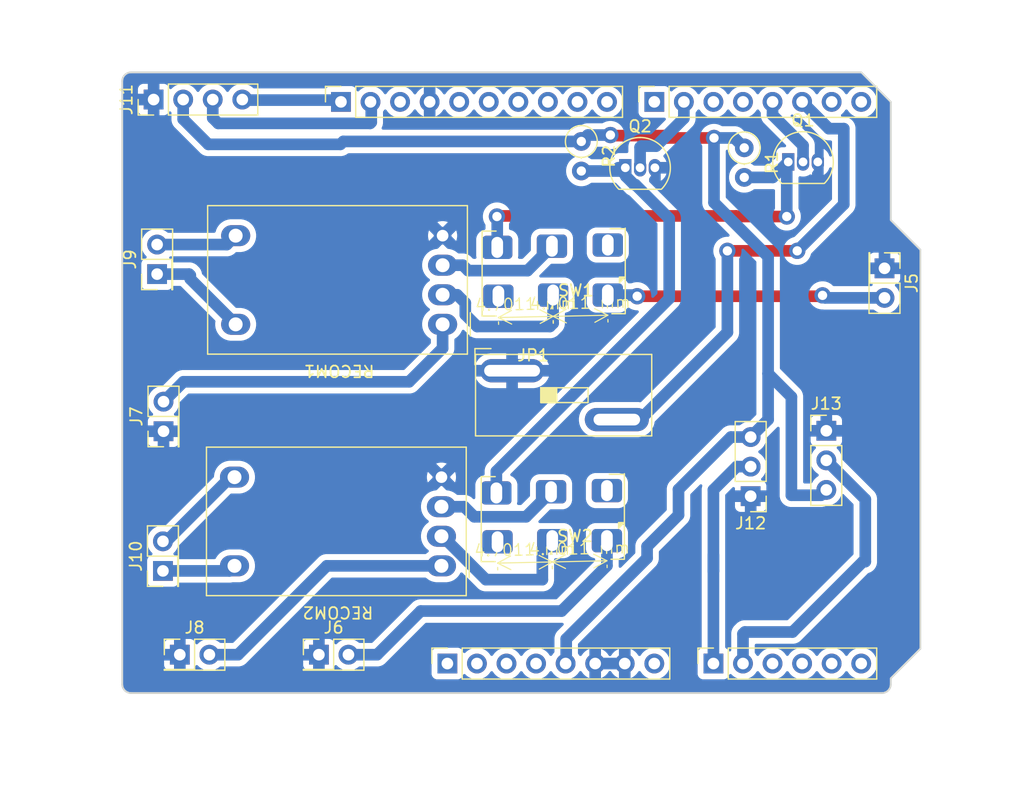
<source format=kicad_pcb>
(kicad_pcb (version 20241229) (generator "pcbnew") (generator_version "9.0")
  (title_block (date "mar. 31 mars 2015"))
  (layers (0 "F.Cu" signal) (2 "B.Cu" signal) (13 "F.Paste" user) (15 "B.Paste" user) (5 "F.SilkS" user "F.Silkscreen") (7 "B.SilkS" user "B.Silkscreen") (1 "F.Mask" user) (3 "B.Mask" user) (25 "Edge.Cuts" user))
  (net 0 "")
  (net 1 "GND")
  (net 3 "+5V")
  (net 4 "/IOREF")
  (net 5 "/A0")
  (net 6 "/A1")
  (net 7 "/A2")
  (net 8 "/A3")
  (net 9 "/SDA{slash}A4")
  (net 10 "/SCL{slash}A5")
  (net 11 "/13")
  (net 12 "/12")
  (net 13 "/AREF")
  (net 14 "/8")
  (net 15 "/7")
  (net 16 "/*11")
  (net 17 "/*10")
  (net 18 "/*9")
  (net 19 "/4")
  (net 20 "/Ser_Man1")
  (net 21 "/PWM1")
  (net 22 "/*5")
  (net 23 "/TX{slash}1")
  (net 24 "/PWM2")
  (net 25 "/RX{slash}0")
  (net 26 "+3V3")
  (net 27 "VCC")
  (net 28 "/~{RESET}")
  (net 29 "Net-(J5-Pin_2)")
  (net 30 "Net-(J6-Pin_2)")
  (net 31 "Net-(J7-Pin_2)")
  (net 32 "Net-(J8-Pin_2)")
  (net 33 "Net-(J9-Pin_1)")
  (net 34 "Net-(J9-Pin_2)")
  (net 35 "Net-(J10-Pin_2)")
  (net 36 "Net-(J10-Pin_1)")
  (net 37 "/PWM1_inv")
  (net 38 "/PWM2_inv")
  (net 39 "Net-(RECOM1-Analogue_Dimming)")
  (net 40 "Net-(RECOM1-PWM{slash}ON{slash}OFF)")
  (net 41 "Net-(RECOM2-Analogue_Dimming)")
  (net 42 "Net-(RECOM2-PWM{slash}ON{slash}OFF)")
  (footprint "Connector_PinSocket_2.54mm:PinSocket_1x08_P2.54mm_Vertical" (layer "F.Cu") (at 127.94 97.46 90)
    (property "Reference" "J1" (hide yes))
    (property "Value" "Power")
    (fp_line (start 1.33 -1.33) (end 1.33 0) (stroke (width 0.12)) (layer "F.SilkS"))
    (fp_line (start 0 -1.33) (end 1.33 -1.33) (stroke (width 0.12)) (layer "F.SilkS"))
    (fp_line (start 1.33 1.27) (end 1.33 19.11) (stroke (width 0.12)) (layer "F.SilkS"))
    (fp_line (start -1.33 1.27) (end 1.33 1.27) (stroke (width 0.12)) (layer "F.SilkS"))
    (fp_line (start -1.33 1.27) (end -1.33 19.11) (stroke (width 0.12)) (layer "F.SilkS"))
    (fp_line (start -1.33 19.11) (end 1.33 19.11) (stroke (width 0.12)) (layer "F.SilkS"))
    (pad "1" thru_hole rect (at 0 0 90) (size 1.7 1.7) (drill 1) (layers "*.Cu" "*.Mask"))
    (pad "2" thru_hole oval (at 0 2.54 90) (size 1.7 1.7) (drill 1) (layers "*.Cu" "*.Mask") (net 4 "/IOREF"))
    (pad "3" thru_hole oval (at 0 5.08 90) (size 1.7 1.7) (drill 1) (layers "*.Cu" "*.Mask") (net 28 "/~{RESET}"))
    (pad "4" thru_hole oval (at 0 7.62 90) (size 1.7 1.7) (drill 1) (layers "*.Cu" "*.Mask") (net 26 "+3V3"))
    (pad "5" thru_hole oval (at 0 10.16 90) (size 1.7 1.7) (drill 1) (layers "*.Cu" "*.Mask") (net 3 "+5V"))
    (pad "6" thru_hole oval (at 0 12.7 90) (size 1.7 1.7) (drill 1) (layers "*.Cu" "*.Mask") (net 1 "GND"))
    (pad "7" thru_hole oval (at 0 15.24 90) (size 1.7 1.7) (drill 1) (layers "*.Cu" "*.Mask") (net 1 "GND"))
    (pad "8" thru_hole oval (at 0 17.78 90) (size 1.7 1.7) (drill 1) (layers "*.Cu" "*.Mask") (net 27 "VCC"))
  )
  (footprint "Connector_PinSocket_2.54mm:PinSocket_1x06_P2.54mm_Vertical" (layer "F.Cu") (at 150.8 97.46 90)
    (property "Reference" "J3" (hide yes))
    (property "Value" "Analog")
    (fp_line (start 1.33 -1.33) (end 1.33 0) (stroke (width 0.12)) (layer "F.SilkS"))
    (fp_line (start 0 -1.33) (end 1.33 -1.33) (stroke (width 0.12)) (layer "F.SilkS"))
    (fp_line (start 1.33 1.27) (end 1.33 14.03) (stroke (width 0.12)) (layer "F.SilkS"))
    (fp_line (start -1.33 1.27) (end 1.33 1.27) (stroke (width 0.12)) (layer "F.SilkS"))
    (fp_line (start -1.33 1.27) (end -1.33 14.03) (stroke (width 0.12)) (layer "F.SilkS"))
    (fp_line (start -1.33 14.03) (end 1.33 14.03) (stroke (width 0.12)) (layer "F.SilkS"))
    (pad "1" thru_hole rect (at 0 0 90) (size 1.7 1.7) (drill 1) (layers "*.Cu" "*.Mask") (net 5 "/A0"))
    (pad "2" thru_hole oval (at 0 2.54 90) (size 1.7 1.7) (drill 1) (layers "*.Cu" "*.Mask") (net 6 "/A1"))
    (pad "3" thru_hole oval (at 0 5.08 90) (size 1.7 1.7) (drill 1) (layers "*.Cu" "*.Mask") (net 7 "/A2"))
    (pad "4" thru_hole oval (at 0 7.62 90) (size 1.7 1.7) (drill 1) (layers "*.Cu" "*.Mask") (net 8 "/A3"))
    (pad "5" thru_hole oval (at 0 10.16 90) (size 1.7 1.7) (drill 1) (layers "*.Cu" "*.Mask"))
    (pad "6" thru_hole oval (at 0 12.7 90) (size 1.7 1.7) (drill 1) (layers "*.Cu" "*.Mask"))
  )
  (footprint "Connector_PinSocket_2.54mm:PinSocket_1x10_P2.54mm_Vertical" (layer "F.Cu") (at 118.796 49.2 90)
    (property "Reference" "J2" (hide yes))
    (property "Value" "Digital/PWM")
    (fp_line (start 1.33 -1.33) (end 1.33 0) (stroke (width 0.12)) (layer "F.SilkS"))
    (fp_line (start 0 -1.33) (end 1.33 -1.33) (stroke (width 0.12)) (layer "F.SilkS"))
    (fp_line (start 1.33 1.27) (end 1.33 24.19) (stroke (width 0.12)) (layer "F.SilkS"))
    (fp_line (start -1.33 1.27) (end 1.33 1.27) (stroke (width 0.12)) (layer "F.SilkS"))
    (fp_line (start -1.33 1.27) (end -1.33 24.19) (stroke (width 0.12)) (layer "F.SilkS"))
    (fp_line (start -1.33 24.19) (end 1.33 24.19) (stroke (width 0.12)) (layer "F.SilkS"))
    (pad "1" thru_hole rect (at 0 0 90) (size 1.7 1.7) (drill 1) (layers "*.Cu" "*.Mask") (net 10 "/SCL{slash}A5"))
    (pad "2" thru_hole oval (at 0 2.54 90) (size 1.7 1.7) (drill 1) (layers "*.Cu" "*.Mask") (net 9 "/SDA{slash}A4"))
    (pad "3" thru_hole oval (at 0 5.08 90) (size 1.7 1.7) (drill 1) (layers "*.Cu" "*.Mask") (net 13 "/AREF"))
    (pad "4" thru_hole oval (at 0 7.62 90) (size 1.7 1.7) (drill 1) (layers "*.Cu" "*.Mask") (net 1 "GND"))
    (pad "5" thru_hole oval (at 0 10.16 90) (size 1.7 1.7) (drill 1) (layers "*.Cu" "*.Mask") (net 11 "/13"))
    (pad "6" thru_hole oval (at 0 12.7 90) (size 1.7 1.7) (drill 1) (layers "*.Cu" "*.Mask") (net 12 "/12"))
    (pad "7" thru_hole oval (at 0 15.24 90) (size 1.7 1.7) (drill 1) (layers "*.Cu" "*.Mask") (net 16 "/*11"))
    (pad "8" thru_hole oval (at 0 17.78 90) (size 1.7 1.7) (drill 1) (layers "*.Cu" "*.Mask") (net 17 "/*10"))
    (pad "9" thru_hole oval (at 0 20.32 90) (size 1.7 1.7) (drill 1) (layers "*.Cu" "*.Mask") (net 18 "/*9"))
    (pad "10" thru_hole oval (at 0 22.86 90) (size 1.7 1.7) (drill 1) (layers "*.Cu" "*.Mask") (net 14 "/8"))
  )
  (footprint "Connector_PinSocket_2.54mm:PinSocket_1x08_P2.54mm_Vertical" (layer "F.Cu") (at 145.72 49.2 90)
    (property "Reference" "J4" (hide yes))
    (property "Value" "Digital/PWM")
    (fp_line (start 1.33 -1.33) (end 1.33 0) (stroke (width 0.12)) (layer "F.SilkS"))
    (fp_line (start 0 -1.33) (end 1.33 -1.33) (stroke (width 0.12)) (layer "F.SilkS"))
    (fp_line (start 1.33 1.27) (end 1.33 19.11) (stroke (width 0.12)) (layer "F.SilkS"))
    (fp_line (start -1.33 1.27) (end 1.33 1.27) (stroke (width 0.12)) (layer "F.SilkS"))
    (fp_line (start -1.33 1.27) (end -1.33 19.11) (stroke (width 0.12)) (layer "F.SilkS"))
    (fp_line (start -1.33 19.11) (end 1.33 19.11) (stroke (width 0.12)) (layer "F.SilkS"))
    (pad "1" thru_hole rect (at 0 0 90) (size 1.7 1.7) (drill 1) (layers "*.Cu" "*.Mask") (net 15 "/7"))
    (pad "2" thru_hole oval (at 0 2.54 90) (size 1.7 1.7) (drill 1) (layers "*.Cu" "*.Mask") (net 24 "/PWM2"))
    (pad "3" thru_hole oval (at 0 5.08 90) (size 1.7 1.7) (drill 1) (layers "*.Cu" "*.Mask") (net 22 "/*5"))
    (pad "4" thru_hole oval (at 0 7.62 90) (size 1.7 1.7) (drill 1) (layers "*.Cu" "*.Mask") (net 19 "/4"))
    (pad "5" thru_hole oval (at 0 10.16 90) (size 1.7 1.7) (drill 1) (layers "*.Cu" "*.Mask") (net 21 "/PWM1"))
    (pad "6" thru_hole oval (at 0 12.7 90) (size 1.7 1.7) (drill 1) (layers "*.Cu" "*.Mask") (net 20 "/Ser_Man1"))
    (pad "7" thru_hole oval (at 0 15.24 90) (size 1.7 1.7) (drill 1) (layers "*.Cu" "*.Mask") (net 23 "/TX{slash}1"))
    (pad "8" thru_hole oval (at 0 17.78 90) (size 1.7 1.7) (drill 1) (layers "*.Cu" "*.Mask") (net 25 "/RX{slash}0"))
  )
  (footprint "Connector_PinHeader_2.54mm:PinHeader_2x01_P2.54mm_Vertical" (layer "F.Cu") (at 103.5 89.5 90)
    (property "Reference" "J10" (at 1.27 -2.33 90) (layer "F.SilkS"))
    (property "Value" "Screw_Terminal_01x02")
    (fp_line (start 3.87 -1.33) (end 3.87 1.33) (stroke (width 0.12)) (layer "F.SilkS"))
    (fp_line (start 1.27 -1.33) (end 3.87 -1.33) (stroke (width 0.12)) (layer "F.SilkS"))
    (fp_line (start -1.33 -1.33) (end 0 -1.33) (stroke (width 0.12)) (layer "F.SilkS"))
    (fp_line (start -1.33 0) (end -1.33 -1.33) (stroke (width 0.12)) (layer "F.SilkS"))
    (fp_line (start 1.27 1.27) (end 1.27 -1.33) (stroke (width 0.12)) (layer "F.SilkS"))
    (fp_line (start -1.33 1.27) (end 1.27 1.27) (stroke (width 0.12)) (layer "F.SilkS"))
    (fp_line (start -1.33 1.27) (end -1.33 1.33) (stroke (width 0.12)) (layer "F.SilkS"))
    (fp_line (start -1.33 1.33) (end 3.87 1.33) (stroke (width 0.12)) (layer "F.SilkS"))
    (pad "1" thru_hole rect (at 0 0 90) (size 1.7 1.7) (drill 1) (layers "*.Cu" "*.Mask") (net 36 "Net-(J10-Pin_1)"))
    (pad "2" thru_hole oval (at 2.54 0 90) (size 1.7 1.7) (drill 1) (layers "*.Cu" "*.Mask") (net 35 "Net-(J10-Pin_2)"))
  )
  (footprint "Converter_DCDC:Converter_DCDC_RECOM_RCD-24_THT" (layer "F.Cu") (at 127.53 68.315 180)
    (property "Reference" "RECOM1" (at 8.89 -4 180) (layer "F.SilkS"))
    (property "Value" "RCD-24")
    (fp_line (start 20.19 -2.56) (end 20.19 10.2) (stroke (width 0.12)) (layer "F.SilkS"))
    (fp_line (start -2.13 10.2) (end 20.19 10.2) (stroke (width 0.12)) (layer "F.SilkS"))
    (fp_line (start -2.13 -2.56) (end 20.19 -2.56) (stroke (width 0.12)) (layer "F.SilkS"))
    (fp_line (start -2.13 -2.56) (end -2.13 10.2) (stroke (width 0.12)) (layer "F.SilkS"))
    (fp_line (start -2.38 -1) (end -2.38 1) (stroke (width 0.12)) (layer "F.SilkS"))
    (pad "1" thru_hole oval (at 0 0 180) (size 2.5 1.8) (drill 1.2) (layers "*.Cu" "*.Mask") (net 31 "Net-(J7-Pin_2)"))
    (pad "2" thru_hole oval (at 0 2.54 180) (size 2.5 1.8) (drill 1.2) (layers "*.Cu" "*.Mask") (net 39 "Net-(RECOM1-Analogue_Dimming)"))
    (pad "3" thru_hole oval (at 0 5.08 180) (size 2.5 1.8) (drill 1.2) (layers "*.Cu" "*.Mask") (net 40 "Net-(RECOM1-PWM{slash}ON{slash}OFF)"))
    (pad "4" thru_hole circle (at 0 7.62 180) (size 1.5 1.5) (drill 1) (layers "*.Cu" "*.Mask") (net 1 "GND"))
    (pad "5" thru_hole oval (at 17.78 7.62 180) (size 2.5 1.8) (drill 1.2) (layers "*.Cu" "*.Mask") (net 34 "Net-(J9-Pin_2)"))
    (pad "6" thru_hole oval (at 17.78 0 180) (size 2.5 1.8) (drill 1.2) (layers "*.Cu" "*.Mask") (net 33 "Net-(J9-Pin_1)"))
  )
  (footprint "Connector_PinHeader_2.54mm:PinHeader_2x01_P2.54mm_Vertical" (layer "F.Cu") (at 103 64 90)
    (property "Reference" "J9" (at 1.27 -2.33 90) (layer "F.SilkS"))
    (property "Value" "Screw_Terminal_01x02")
    (fp_line (start 3.87 -1.33) (end 3.87 1.33) (stroke (width 0.12)) (layer "F.SilkS"))
    (fp_line (start 1.27 -1.33) (end 3.87 -1.33) (stroke (width 0.12)) (layer "F.SilkS"))
    (fp_line (start -1.33 -1.33) (end 0 -1.33) (stroke (width 0.12)) (layer "F.SilkS"))
    (fp_line (start -1.33 0) (end -1.33 -1.33) (stroke (width 0.12)) (layer "F.SilkS"))
    (fp_line (start 1.27 1.27) (end 1.27 -1.33) (stroke (width 0.12)) (layer "F.SilkS"))
    (fp_line (start -1.33 1.27) (end 1.27 1.27) (stroke (width 0.12)) (layer "F.SilkS"))
    (fp_line (start -1.33 1.27) (end -1.33 1.33) (stroke (width 0.12)) (layer "F.SilkS"))
    (fp_line (start -1.33 1.33) (end 3.87 1.33) (stroke (width 0.12)) (layer "F.SilkS"))
    (pad "1" thru_hole rect (at 0 0 90) (size 1.7 1.7) (drill 1) (layers "*.Cu" "*.Mask") (net 33 "Net-(J9-Pin_1)"))
    (pad "2" thru_hole oval (at 2.54 0 90) (size 1.7 1.7) (drill 1) (layers "*.Cu" "*.Mask") (net 34 "Net-(J9-Pin_2)"))
  )
  (footprint "Lib_indus:SW_CK_JS202011CQN_DPDT_Straight" (layer "F.Cu") (at 141.65 84.9 180)
    (property "Reference" "SW2" (at 2.75 -1.6 180) (layer "F.SilkS"))
    (property "Value" "SW_DPDT_x2")
    (fp_line (start 10.8 3.5) (end 9.6 3.5) (stroke (width 0.12)) (layer "F.SilkS"))
    (fp_line (start 10.8 -3.8) (end 10.8 3.5) (stroke (width 0.12)) (layer "F.SilkS"))
    (fp_line (start 9.6 -3.8) (end 10.8 -3.8) (stroke (width 0.12)) (layer "F.SilkS"))
    (fp_line (start -0.35 -3.6) (end -1.45 -3.6) (stroke (width 0.12)) (layer "F.SilkS"))
    (fp_line (start -1.4 3.7) (end -0.2 3.7) (stroke (width 0.12)) (layer "F.SilkS"))
    (fp_line (start -1.5 -3.6) (end -1.5 3.75) (stroke (width 0.12)) (layer "F.SilkS"))
    (fp_poly (pts (xy -1 -0.45) (xy -1.48 -0.45) (xy -1 -0.93) (xy -1 -0.45)) (stroke (width 0.12)) (fill yes) (layer "F.SilkS"))
    (dimension (type aligned) (layer "F.SilkS") (pts (xy 141.65 88.5) (xy 136.95 88.6)) (height -0.130332) (format (prefix "") (suffix "") (units 3) (units_format 1) (precision 4)) (style (thickness 0.1) (arrow_length 1.27) (text_position_mode 0) (arrow_direction outward) (extension_height 0.58642) (extension_offset 0.5) (keep_text_aligned yes)) (gr_text "4,7011 mm" (at 139.279373 87.580552 1.218875235) (layer "F.SilkS") (effects (font (size 1 1) (thickness 0.1)))))
    (dimension (type aligned) (layer "F.SilkS") (pts (xy 136.95 88.6) (xy 132.25 88.7)) (height -0.130332) (format (prefix "") (suffix "") (units 3) (units_format 1) (precision 4)) (style (thickness 0.1) (arrow_length 1.27) (text_position_mode 0) (arrow_direction outward) (extension_height 0.58642) (extension_offset 0.5) (keep_text_aligned yes)) (gr_text "4,7011 mm" (at 134.579373 87.680552 1.218875235) (layer "F.SilkS") (effects (font (size 1 1) (thickness 0.1)))))
    (pad "1" thru_hole roundrect (at 0 -2 180) (size 2.6 2) (drill oval 1 1.8) (layers "*.Cu" "*.Mask") (roundrect_rratio 0.1785714286) (net 30 "Net-(J6-Pin_2)"))
    (pad "2" thru_hole roundrect (at 4.7 -2 180) (size 2.6 2) (drill oval 1 1.8) (layers "*.Cu" "*.Mask") (roundrect_rratio 0.1785714286) (net 41 "Net-(RECOM2-Analogue_Dimming)"))
    (pad "3" thru_hole roundrect (at 9.4 -2.1 180) (size 2.6 2) (drill oval 1 1.8) (layers "*.Cu" "*.Mask") (roundrect_rratio 0.1785714286))
    (pad "4" thru_hole roundrect (at 9.5 2.1 180) (size 2.6 2) (drill oval 1 1.8) (layers "*.Cu" "*.Mask") (roundrect_rratio 0.1785714286) (net 38 "/PWM2_inv"))
    (pad "5" thru_hole roundrect (at 4.8 2.2 180) (size 2.6 2) (drill oval 1 1.8) (layers "*.Cu" "*.Mask") (roundrect_rratio 0.1785714286) (net 42 "Net-(RECOM2-PWM{slash}ON{slash}OFF)"))
    (pad "6" thru_hole roundrect (at 0 2.3 180) (size 2.6 2) (drill oval 1 1.8) (layers "*.Cu" "*.Mask") (roundrect_rratio 0.1785714286))
  )
  (footprint "Connector_PinHeader_2.54mm:PinHeader_2x01_P2.54mm_Vertical" (layer "F.Cu") (at 103.55 77.5 90)
    (property "Reference" "J7" (at 1.27 -2.33 90) (layer "F.SilkS"))
    (property "Value" "Screw_Terminal_01x02")
    (fp_line (start 3.87 -1.33) (end 3.87 1.33) (stroke (width 0.12)) (layer "F.SilkS"))
    (fp_line (start 1.27 -1.33) (end 3.87 -1.33) (stroke (width 0.12)) (layer "F.SilkS"))
    (fp_line (start -1.33 -1.33) (end 0 -1.33) (stroke (width 0.12)) (layer "F.SilkS"))
    (fp_line (start -1.33 0) (end -1.33 -1.33) (stroke (width 0.12)) (layer "F.SilkS"))
    (fp_line (start 1.27 1.27) (end 1.27 -1.33) (stroke (width 0.12)) (layer "F.SilkS"))
    (fp_line (start -1.33 1.27) (end 1.27 1.27) (stroke (width 0.12)) (layer "F.SilkS"))
    (fp_line (start -1.33 1.27) (end -1.33 1.33) (stroke (width 0.12)) (layer "F.SilkS"))
    (fp_line (start -1.33 1.33) (end 3.87 1.33) (stroke (width 0.12)) (layer "F.SilkS"))
    (pad "1" thru_hole rect (at 0 0 90) (size 1.7 1.7) (drill 1) (layers "*.Cu" "*.Mask") (net 1 "GND"))
    (pad "2" thru_hole oval (at 2.54 0 90) (size 1.7 1.7) (drill 1) (layers "*.Cu" "*.Mask") (net 31 "Net-(J7-Pin_2)"))
  )
  (footprint "Resistor_THT:R_Axial_DIN0207_L6.3mm_D2.5mm_P2.54mm_Vertical" (layer "F.Cu") (at 153.45 53.15 -90)
    (property "Reference" "R1" (at 1.27 -2.37 90) (layer "F.SilkS"))
    (property "Value" "8200")
    (fp_line (start 1.37 0) (end 1.44 0) (stroke (width 0.12)) (layer "F.SilkS"))
    (fp_circle (center 0 0) (end 1.37 0) (stroke (width 0.12)) (fill no) (layer "F.SilkS"))
    (pad "1" thru_hole circle (at 0 0 270) (size 1.6 1.6) (drill 0.8) (layers "*.Cu" "*.Mask") (net 3 "+5V"))
    (pad "2" thru_hole oval (at 2.54 0 270) (size 1.6 1.6) (drill 0.8) (layers "*.Cu" "*.Mask") (net 37 "/PWM1_inv"))
  )
  (footprint "Connector_PinHeader_2.54mm:PinHeader_2x01_P2.54mm_Vertical" (layer "F.Cu") (at 116.9 96.7)
    (property "Reference" "J6" (at 1.27 -2.33 0) (layer "F.SilkS"))
    (property "Value" "Screw_Terminal_01x02")
    (fp_line (start -1.33 -1.33) (end 0 -1.33) (stroke (width 0.12)) (layer "F.SilkS"))
    (fp_line (start -1.33 0) (end -1.33 -1.33) (stroke (width 0.12)) (layer "F.SilkS"))
    (fp_line (start -1.33 1.27) (end -1.33 1.33) (stroke (width 0.12)) (layer "F.SilkS"))
    (fp_line (start -1.33 1.27) (end 1.27 1.27) (stroke (width 0.12)) (layer "F.SilkS"))
    (fp_line (start -1.33 1.33) (end 3.87 1.33) (stroke (width 0.12)) (layer "F.SilkS"))
    (fp_line (start 1.27 -1.33) (end 3.87 -1.33) (stroke (width 0.12)) (layer "F.SilkS"))
    (fp_line (start 1.27 1.27) (end 1.27 -1.33) (stroke (width 0.12)) (layer "F.SilkS"))
    (fp_line (start 3.87 -1.33) (end 3.87 1.33) (stroke (width 0.12)) (layer "F.SilkS"))
    (pad "1" thru_hole rect (at 0 0) (size 1.7 1.7) (drill 1) (layers "*.Cu" "*.Mask") (net 1 "GND"))
    (pad "2" thru_hole oval (at 2.54 0) (size 1.7 1.7) (drill 1) (layers "*.Cu" "*.Mask") (net 30 "Net-(J6-Pin_2)"))
  )
  (footprint "Connector_PinHeader_2.54mm:PinHeader_1x04_P2.54mm_Vertical" (layer "F.Cu") (at 102.7 49 90)
    (property "Reference" "J11" (at 0 -2.33 90) (layer "F.SilkS"))
    (property "Value" "Screw_Terminal_01x04")
    (fp_line (start -1.33 -1.33) (end 0 -1.33) (stroke (width 0.12)) (layer "F.SilkS"))
    (fp_line (start -1.33 0) (end -1.33 -1.33) (stroke (width 0.12)) (layer "F.SilkS"))
    (fp_line (start 1.33 1.27) (end 1.33 8.95) (stroke (width 0.12)) (layer "F.SilkS"))
    (fp_line (start -1.33 1.27) (end 1.33 1.27) (stroke (width 0.12)) (layer "F.SilkS"))
    (fp_line (start -1.33 1.27) (end -1.33 8.95) (stroke (width 0.12)) (layer "F.SilkS"))
    (fp_line (start -1.33 8.95) (end 1.33 8.95) (stroke (width 0.12)) (layer "F.SilkS"))
    (pad "1" thru_hole rect (at 0 0 90) (size 1.7 1.7) (drill 1) (layers "*.Cu" "*.Mask") (net 1 "GND"))
    (pad "2" thru_hole oval (at 0 2.54 90) (size 1.7 1.7) (drill 1) (layers "*.Cu" "*.Mask") (net 3 "+5V"))
    (pad "3" thru_hole oval (at 0 5.08 90) (size 1.7 1.7) (drill 1) (layers "*.Cu" "*.Mask") (net 9 "/SDA{slash}A4"))
    (pad "4" thru_hole oval (at 0 7.62 90) (size 1.7 1.7) (drill 1) (layers "*.Cu" "*.Mask") (net 10 "/SCL{slash}A5"))
  )
  (footprint "Converter_DCDC:Converter_DCDC_RECOM_RCD-24_THT" (layer "F.Cu") (at 127.43 89.065 180)
    (property "Reference" "RECOM2" (at 8.89 -4 180) (layer "F.SilkS"))
    (property "Value" "RCD-24")
    (fp_line (start 20.19 -2.56) (end 20.19 10.2) (stroke (width 0.12)) (layer "F.SilkS"))
    (fp_line (start -2.13 10.2) (end 20.19 10.2) (stroke (width 0.12)) (layer "F.SilkS"))
    (fp_line (start -2.13 -2.56) (end 20.19 -2.56) (stroke (width 0.12)) (layer "F.SilkS"))
    (fp_line (start -2.13 -2.56) (end -2.13 10.2) (stroke (width 0.12)) (layer "F.SilkS"))
    (fp_line (start -2.38 -1) (end -2.38 1) (stroke (width 0.12)) (layer "F.SilkS"))
    (pad "1" thru_hole oval (at 0 0 180) (size 2.5 1.8) (drill 1.2) (layers "*.Cu" "*.Mask") (net 32 "Net-(J8-Pin_2)"))
    (pad "2" thru_hole oval (at 0 2.54 180) (size 2.5 1.8) (drill 1.2) (layers "*.Cu" "*.Mask") (net 41 "Net-(RECOM2-Analogue_Dimming)"))
    (pad "3" thru_hole oval (at 0 5.08 180) (size 2.5 1.8) (drill 1.2) (layers "*.Cu" "*.Mask") (net 42 "Net-(RECOM2-PWM{slash}ON{slash}OFF)"))
    (pad "4" thru_hole circle (at 0 7.62 180) (size 1.5 1.5) (drill 1) (layers "*.Cu" "*.Mask") (net 1 "GND"))
    (pad "5" thru_hole oval (at 17.78 7.62 180) (size 2.5 1.8) (drill 1.2) (layers "*.Cu" "*.Mask") (net 35 "Net-(J10-Pin_2)"))
    (pad "6" thru_hole oval (at 17.78 0 180) (size 2.5 1.8) (drill 1.2) (layers "*.Cu" "*.Mask") (net 36 "Net-(J10-Pin_1)"))
  )
  (footprint "Connector_PinHeader_2.54mm:PinHeader_1x03_P2.54mm_Vertical" (layer "F.Cu") (at 154 83.08 180)
    (property "Reference" "J12" (at 0 -2.33 0) (layer "F.SilkS"))
    (property "Value" "Screw_Terminal_01x03")
    (fp_line (start 1.33 1.27) (end 1.33 6.41) (stroke (width 0.12)) (layer "F.SilkS"))
    (fp_line (start -1.33 6.41) (end 1.33 6.41) (stroke (width 0.12)) (layer "F.SilkS"))
    (fp_line (start -1.33 1.27) (end 1.33 1.27) (stroke (width 0.12)) (layer "F.SilkS"))
    (fp_line (start -1.33 1.27) (end -1.33 6.41) (stroke (width 0.12)) (layer "F.SilkS"))
    (fp_line (start -1.33 0) (end -1.33 -1.33) (stroke (width 0.12)) (layer "F.SilkS"))
    (fp_line (start -1.33 -1.33) (end 0 -1.33) (stroke (width 0.12)) (layer "F.SilkS"))
    (pad "1" thru_hole rect (at 0 0 180) (size 1.7 1.7) (drill 1) (layers "*.Cu" "*.Mask") (net 1 "GND"))
    (pad "2" thru_hole oval (at 0 2.54 180) (size 1.7 1.7) (drill 1) (layers "*.Cu" "*.Mask") (net 5 "/A0"))
    (pad "3" thru_hole oval (at 0 5.08 180) (size 1.7 1.7) (drill 1) (layers "*.Cu" "*.Mask") (net 3 "+5V"))
  )
  (footprint "Arduino_MountingHole:MountingHole_3.2mm" (layer "F.Cu") (at 115.24 49.2)
    (property "Reference" "MH1" (hide yes))
    (property "Value" "MountingHole_3.2mm" (hide yes))
  )
  (footprint "Connector_PinHeader_2.54mm:PinHeader_2x01_P2.54mm_Vertical" (layer "F.Cu") (at 104.95 96.7)
    (property "Reference" "J8" (at 1.27 -2.33 0) (layer "F.SilkS"))
    (property "Value" "Screw_Terminal_01x02")
    (fp_line (start -1.33 -1.33) (end 0 -1.33) (stroke (width 0.12)) (layer "F.SilkS"))
    (fp_line (start -1.33 0) (end -1.33 -1.33) (stroke (width 0.12)) (layer "F.SilkS"))
    (fp_line (start -1.33 1.27) (end -1.33 1.33) (stroke (width 0.12)) (layer "F.SilkS"))
    (fp_line (start -1.33 1.27) (end 1.27 1.27) (stroke (width 0.12)) (layer "F.SilkS"))
    (fp_line (start -1.33 1.33) (end 3.87 1.33) (stroke (width 0.12)) (layer "F.SilkS"))
    (fp_line (start 1.27 -1.33) (end 3.87 -1.33) (stroke (width 0.12)) (layer "F.SilkS"))
    (fp_line (start 1.27 1.27) (end 1.27 -1.33) (stroke (width 0.12)) (layer "F.SilkS"))
    (fp_line (start 3.87 -1.33) (end 3.87 1.33) (stroke (width 0.12)) (layer "F.SilkS"))
    (pad "1" thru_hole rect (at 0 0) (size 1.7 1.7) (drill 1) (layers "*.Cu" "*.Mask") (net 1 "GND"))
    (pad "2" thru_hole oval (at 2.54 0) (size 1.7 1.7) (drill 1) (layers "*.Cu" "*.Mask") (net 32 "Net-(J8-Pin_2)"))
  )
  (footprint "Resistor_THT:R_Axial_DIN0207_L6.3mm_D2.5mm_P2.54mm_Vertical" (layer "F.Cu") (at 139.45 52.6 -90)
    (property "Reference" "R2" (at 1.27 -2.37 90) (layer "F.SilkS"))
    (property "Value" "R")
    (fp_line (start 1.37 0) (end 1.44 0) (stroke (width 0.12)) (layer "F.SilkS"))
    (fp_circle (center 0 0) (end 1.37 0) (stroke (width 0.12)) (fill no) (layer "F.SilkS"))
    (pad "1" thru_hole circle (at 0 0 270) (size 1.6 1.6) (drill 0.8) (layers "*.Cu" "*.Mask") (net 3 "+5V"))
    (pad "2" thru_hole oval (at 2.54 0 270) (size 1.6 1.6) (drill 0.8) (layers "*.Cu" "*.Mask") (net 38 "/PWM2_inv"))
  )
  (footprint "Connector_PinHeader_2.54mm:PinHeader_1x03_P2.54mm_Vertical" (layer "F.Cu") (at 160.5 77.46)
    (property "Reference" "J13" (at 0 -2.33 0) (layer "F.SilkS"))
    (property "Value" "Screw_Terminal_01x03")
    (fp_line (start -1.33 -1.33) (end 0 -1.33) (stroke (width 0.12)) (layer "F.SilkS"))
    (fp_line (start -1.33 0) (end -1.33 -1.33) (stroke (width 0.12)) (layer "F.SilkS"))
    (fp_line (start -1.33 1.27) (end -1.33 6.41) (stroke (width 0.12)) (layer "F.SilkS"))
    (fp_line (start -1.33 1.27) (end 1.33 1.27) (stroke (width 0.12)) (layer "F.SilkS"))
    (fp_line (start -1.33 6.41) (end 1.33 6.41) (stroke (width 0.12)) (layer "F.SilkS"))
    (fp_line (start 1.33 1.27) (end 1.33 6.41) (stroke (width 0.12)) (layer "F.SilkS"))
    (pad "1" thru_hole rect (at 0 0) (size 1.7 1.7) (drill 1) (layers "*.Cu" "*.Mask") (net 1 "GND"))
    (pad "2" thru_hole oval (at 0 2.54) (size 1.7 1.7) (drill 1) (layers "*.Cu" "*.Mask") (net 6 "/A1"))
    (pad "3" thru_hole oval (at 0 5.08) (size 1.7 1.7) (drill 1) (layers "*.Cu" "*.Mask") (net 3 "+5V"))
  )
  (footprint "Lib_indus:SW_DIP_SPSTx01_Slide_9.78x4.72mm_W7.62mm_P2.54mm_modif" (layer "F.Cu") (at 131.5 74.4)
    (property "Reference" "JP1" (at 3.81 -3.42 0) (layer "F.SilkS"))
    (property "Value" "Jumper_2_Open")
    (fp_line (start -1.1915 -4) (end -1.1915 -2.617) (stroke (width 0.12)) (layer "F.SilkS"))
    (fp_line (start -1.1915 -4) (end 0.1915 -4) (stroke (width 0.12)) (layer "F.SilkS"))
    (fp_line (start -1.14 -3.5) (end -1.14 3.5) (stroke (width 0.12)) (layer "F.SilkS"))
    (fp_line (start -1.14 -3.5) (end 14 -3.5) (stroke (width 0.12)) (layer "F.SilkS"))
    (fp_line (start -1.14 3.5) (end 14 3.5) (stroke (width 0.12)) (layer "F.SilkS"))
    (fp_line (start 5.823333 -0.635) (end 5.823333 0.635) (stroke (width 0.12)) (layer "F.SilkS"))
    (fp_line (start 14 -3.5) (end 14 3.5) (stroke (width 0.12)) (layer "F.SilkS"))
    (fp_rect (start 4.47 -0.635) (end 5.823333 0.635) (stroke (width 0.12)) (fill yes) (layer "F.SilkS"))
    (fp_rect (start 4.47 -0.635) (end 8.53 0.635) (stroke (width 0.12)) (fill no) (layer "F.SilkS"))
    (pad "1" thru_hole oval (at 2 -2.1) (size 5.5 2) (drill oval 4.8 1) (layers "*.Cu" "*.Mask") (net 1 "GND"))
    (pad "2" thru_hole oval (at 11 2.1) (size 5.5 2) (drill oval 4 1) (layers "*.Cu" "*.Mask") (net 20 "/Ser_Man1"))
  )
  (footprint "Package_TO_SOT_THT:TO-92_Inline" (layer "F.Cu") (at 143.23 54.86)
    (property "Reference" "Q2" (at 1.27 -3.56 0) (layer "F.SilkS"))
    (property "Value" "BS170")
    (fp_line (start -0.53 1.85) (end 3.07 1.85) (stroke (width 0.12)) (layer "F.SilkS"))
    (fp_arc (start -0.568478 1.838478) (mid -1.132087 -0.994977) (end 1.27 -2.6) (stroke (width 0.12)) (layer "F.SilkS"))
    (fp_arc (start 1.27 -2.6) (mid 3.672087 -0.994977) (end 3.108478 1.838478) (stroke (width 0.12)) (layer "F.SilkS"))
    (pad "1" thru_hole rect (at 0 0) (size 1.05 1.5) (drill 0.75) (layers "*.Cu" "*.Mask") (net 38 "/PWM2_inv"))
    (pad "2" thru_hole oval (at 1.27 0) (size 1.05 1.5) (drill 0.75) (layers "*.Cu" "*.Mask") (net 24 "/PWM2"))
    (pad "3" thru_hole oval (at 2.54 0) (size 1.05 1.5) (drill 0.75) (layers "*.Cu" "*.Mask") (net 1 "GND"))
  )
  (footprint "Connector_PinHeader_2.54mm:PinHeader_2x01_P2.54mm_Vertical" (layer "F.Cu") (at 165.5 63.5 -90)
    (property "Reference" "J5" (at 1.27 -2.33 270) (layer "F.SilkS"))
    (property "Value" "Screw_Terminal_01x02")
    (fp_line (start -1.33 1.33) (end 3.87 1.33) (stroke (width 0.12)) (layer "F.SilkS"))
    (fp_line (start -1.33 1.27) (end -1.33 1.33) (stroke (width 0.12)) (layer "F.SilkS"))
    (fp_line (start -1.33 1.27) (end 1.27 1.27) (stroke (width 0.12)) (layer "F.SilkS"))
    (fp_line (start 1.27 1.27) (end 1.27 -1.33) (stroke (width 0.12)) (layer "F.SilkS"))
    (fp_line (start -1.33 0) (end -1.33 -1.33) (stroke (width 0.12)) (layer "F.SilkS"))
    (fp_line (start -1.33 -1.33) (end 0 -1.33) (stroke (width 0.12)) (layer "F.SilkS"))
    (fp_line (start 1.27 -1.33) (end 3.87 -1.33) (stroke (width 0.12)) (layer "F.SilkS"))
    (fp_line (start 3.87 -1.33) (end 3.87 1.33) (stroke (width 0.12)) (layer "F.SilkS"))
    (pad "1" thru_hole rect (at 0 0 270) (size 1.7 1.7) (drill 1) (layers "*.Cu" "*.Mask") (net 1 "GND"))
    (pad "2" thru_hole oval (at 2.54 0 270) (size 1.7 1.7) (drill 1) (layers "*.Cu" "*.Mask") (net 29 "Net-(J5-Pin_2)"))
  )
  (footprint "Package_TO_SOT_THT:TO-92_Inline" (layer "F.Cu") (at 157.23 54.36)
    (property "Reference" "Q1" (at 1.27 -3.56 0) (layer "F.SilkS"))
    (property "Value" "BS170")
    (fp_line (start -0.53 1.85) (end 3.07 1.85) (stroke (width 0.12)) (layer "F.SilkS"))
    (fp_arc (start -0.568478 1.838478) (mid -1.132087 -0.994977) (end 1.27 -2.6) (stroke (width 0.12)) (layer "F.SilkS"))
    (fp_arc (start 1.27 -2.6) (mid 3.672087 -0.994977) (end 3.108478 1.838478) (stroke (width 0.12)) (layer "F.SilkS"))
    (pad "1" thru_hole rect (at 0 0) (size 1.05 1.5) (drill 0.75) (layers "*.Cu" "*.Mask") (net 37 "/PWM1_inv"))
    (pad "2" thru_hole oval (at 1.27 0) (size 1.05 1.5) (drill 0.75) (layers "*.Cu" "*.Mask") (net 21 "/PWM1"))
    (pad "3" thru_hole oval (at 2.54 0) (size 1.05 1.5) (drill 0.75) (layers "*.Cu" "*.Mask") (net 1 "GND"))
  )
  (footprint "Lib_indus:SW_CK_JS202011CQN_DPDT_Straight" (layer "F.Cu") (at 141.725 63.8 180)
    (property "Reference" "SW1" (at 2.75 -1.6 180) (layer "F.SilkS"))
    (property "Value" "SW_DPDT_x2")
    (fp_line (start 10.8 3.5) (end 9.6 3.5) (stroke (width 0.12)) (layer "F.SilkS"))
    (fp_line (start 10.8 -3.8) (end 10.8 3.5) (stroke (width 0.12)) (layer "F.SilkS"))
    (fp_line (start 9.6 -3.8) (end 10.8 -3.8) (stroke (width 0.12)) (layer "F.SilkS"))
    (fp_line (start -0.35 -3.6) (end -1.45 -3.6) (stroke (width 0.12)) (layer "F.SilkS"))
    (fp_line (start -1.4 3.7) (end -0.2 3.7) (stroke (width 0.12)) (layer "F.SilkS"))
    (fp_line (start -1.5 -3.6) (end -1.5 3.75) (stroke (width 0.12)) (layer "F.SilkS"))
    (fp_poly (pts (xy -1 -0.45) (xy -1.48 -0.45) (xy -1 -0.93) (xy -1 -0.45)) (stroke (width 0.12)) (fill yes) (layer "F.SilkS"))
    (dimension (type aligned) (layer "F.SilkS") (pts (xy 141.725 67.4) (xy 137.025 67.5)) (height -0.130332) (format (prefix "") (suffix "") (units 3) (units_format 1) (precision 4)) (style (thickness 0.1) (arrow_length 1.27) (text_position_mode 0) (arrow_direction outward) (extension_height 0.58642) (extension_offset 0.5) (keep_text_aligned yes)) (gr_text "4,7011 mm" (at 139.354373 66.480552 1.218875235) (layer "F.SilkS") (effects (font (size 1 1) (thickness 0.1)))))
    (dimension (type aligned) (layer "F.SilkS") (pts (xy 137.025 67.5) (xy 132.325 67.6)) (height -0.130332) (format (prefix "") (suffix "") (units 3) (units_format 1) (precision 4)) (style (thickness 0.1) (arrow_length 1.27) (text_position_mode 0) (arrow_direction outward) (extension_height 0.58642) (extension_offset 0.5) (keep_text_aligned yes)) (gr_text "4,7011 mm" (at 134.654373 66.580552 1.218875235) (layer "F.SilkS") (effects (font (size 1 1) (thickness 0.1)))))
    (pad "1" thru_hole roundrect (at 0 -2 180) (size 2.6 2) (drill oval 1 1.8) (layers "*.Cu" "*.Mask") (roundrect_rratio 0.1785714286) (net 29 "Net-(J5-Pin_2)"))
    (pad "2" thru_hole roundrect (at 4.7 -2 180) (size 2.6 2) (drill oval 1 1.8) (layers "*.Cu" "*.Mask") (roundrect_rratio 0.1785714286) (net 39 "Net-(RECOM1-Analogue_Dimming)"))
    (pad "3" thru_hole roundrect (at 9.4 -2.1 180) (size 2.6 2) (drill oval 1 1.8) (layers "*.Cu" "*.Mask") (roundrect_rratio 0.1785714286))
    (pad "4" thru_hole roundrect (at 9.5 2.1 180) (size 2.6 2) (drill oval 1 1.8) (layers "*.Cu" "*.Mask") (roundrect_rratio 0.1785714286) (net 37 "/PWM1_inv"))
    (pad "5" thru_hole roundrect (at 4.8 2.2 180) (size 2.6 2) (drill oval 1 1.8) (layers "*.Cu" "*.Mask") (roundrect_rratio 0.1785714286) (net 40 "Net-(RECOM1-PWM{slash}ON{slash}OFF)"))
    (pad "6" thru_hole roundrect (at 0 2.3 180) (size 2.6 2) (drill oval 1 1.8) (layers "*.Cu" "*.Mask") (roundrect_rratio 0.1785714286))
  )
  (gr_line (start 166.04 59.36) (end 168.58 61.9) (stroke (width 0.15)) (layer "Edge.Cuts"))
  (gr_line (start 100 99.238) (end 100 47.422) (stroke (width 0.15)) (layer "Edge.Cuts"))
  (gr_line (start 168.58 61.9) (end 168.58 96.19) (stroke (width 0.15)) (layer "Edge.Cuts"))
  (gr_line (start 165.278 100) (end 100.762 100) (stroke (width 0.15)) (layer "Edge.Cuts"))
  (gr_line (start 100.762 46.66) (end 163.5 46.66) (stroke (width 0.15)) (layer "Edge.Cuts"))
  (gr_arc (start 100.762 100) (mid 100.223185 99.776815) (end 100 99.238) (stroke (width 0.15)) (layer "Edge.Cuts"))
  (gr_line (start 168.58 96.19) (end 166.04 98.73) (stroke (width 0.15)) (layer "Edge.Cuts"))
  (gr_line (start 163.5 46.66) (end 166.04 49.2) (stroke (width 0.15)) (layer "Edge.Cuts"))
  (gr_arc (start 166.04 99.238) (mid 165.816815 99.776815) (end 165.278 100) (stroke (width 0.15)) (layer "Edge.Cuts"))
  (gr_line (start 166.04 49.2) (end 166.04 59.36) (stroke (width 0.15)) (layer "Edge.Cuts"))
  (gr_line (start 166.04 98.73) (end 166.04 99.238) (stroke (width 0.15)) (layer "Edge.Cuts"))
  (gr_arc (start 100 47.422) (mid 100.223185 46.883185) (end 100.762 46.66) (stroke (width 0.15)) (layer "Edge.Cuts"))
  (segment (start 150.85 52.3) (end 146.8 52.3) (width 1) (layer "F.Cu") (net 3))
  (segment (start 146.6 52.1) (end 141.8 52.1) (width 1) (layer "F.Cu") (net 3))
  (segment (start 141.9 52.1) (end 141.95 52.05) (width 1) (layer "F.Cu") (net 3))
  (segment (start 141.8 52.1) (end 141.9 52.1) (width 1) (layer "F.Cu") (net 3))
  (segment (start 146.8 52.3) (end 146.6 52.1) (width 1) (layer "F.Cu") (net 3))
  (via (at 141.95 52.05) (size 1.4) (drill 0.8) (layers "F.Cu" "B.Cu") (net 3))
  (via (at 150.85 52.3) (size 1.4) (drill 0.8) (layers "F.Cu" "B.Cu") (net 3))
  (segment (start 119 52.6) (end 118.75 52.85) (width 1) (layer "B.Cu") (net 3))
  (segment (start 155.5 72.55) (end 155.5 76.5) (width 1) (layer "B.Cu") (net 3))
  (segment (start 160.04 83) (end 157.5 83) (width 1) (layer "B.Cu") (net 3))
  (segment (start 150.85 57.85) (end 155.5 62.5) (width 1) (layer "B.Cu") (net 3))
  (segment (start 105.24 50.69) (end 105.24 49) (width 1) (layer "B.Cu") (net 3))
  (segment (start 150.85 52.3) (end 152.6 52.3) (width 1) (layer "B.Cu") (net 3))
  (segment (start 138.15 95.35) (end 138.15 97.41) (width 1) (layer "B.Cu") (net 3))
  (segment (start 154 78) (end 152.3 78) (width 1) (layer "B.Cu") (net 3))
  (segment (start 145.1 88.4) (end 138.15 95.35) (width 1) (layer "B.Cu") (net 3))
  (segment (start 147.8 84.7) (end 145.1 87.4) (width 1) (layer "B.Cu") (net 3))
  (segment (start 118.75 52.85) (end 107.4 52.85) (width 1) (layer "B.Cu") (net 3))
  (segment (start 138.15 97.41) (end 138.1 97.46) (width 1) (layer "B.Cu") (net 3))
  (segment (start 107.4 52.85) (end 105.24 50.69) (width 1) (layer "B.Cu") (net 3))
  (segment (start 152.3 78) (end 147.8 82.5) (width 1) (layer "B.Cu") (net 3))
  (segment (start 155.5 72.55) (end 157.5 74.55) (width 1) (layer "B.Cu") (net 3))
  (segment (start 157.5 74.55) (end 157.5 83) (width 1) (layer "B.Cu") (net 3))
  (segment (start 160.5 82.54) (end 160.04 83) (width 1) (layer "B.Cu") (net 3))
  (segment (start 140 52.05) (end 139.45 52.6) (width 1) (layer "B.Cu") (net 3))
  (segment (start 139.45 52.6) (end 119 52.6) (width 1) (layer "B.Cu") (net 3))
  (segment (start 155.5 76.5) (end 154 78) (width 1) (layer "B.Cu") (net 3))
  (segment (start 152.6 52.3) (end 153.45 53.15) (width 1) (layer "B.Cu") (net 3))
  (segment (start 150.85 52.3) (end 150.85 57.85) (width 1) (layer "B.Cu") (net 3))
  (segment (start 155.5 62.5) (end 155.5 72.55) (width 1) (layer "B.Cu") (net 3))
  (segment (start 145.1 87.4) (end 145.1 88.4) (width 1) (layer "B.Cu") (net 3))
  (segment (start 147.8 82.5) (end 147.8 84.7) (width 1) (layer "B.Cu") (net 3))
  (segment (start 141.95 52.05) (end 140 52.05) (width 1) (layer "B.Cu") (net 3))
  (segment (start 152.797919 80.54) (end 150.8 82.537919) (width 1) (layer "B.Cu") (net 5))
  (segment (start 150.8 89.5) (end 150.8 88.15) (width 1) (layer "B.Cu") (net 5))
  (segment (start 154 80.54) (end 152.797919 80.54) (width 1) (layer "B.Cu") (net 5))
  (segment (start 150.8 97.46) (end 150.8 89.5) (width 1) (layer "B.Cu") (net 5))
  (segment (start 150.8 82.537919) (end 150.8 89.5) (width 1) (layer "B.Cu") (net 5))
  (segment (start 153.5 94.75) (end 153.34 94.91) (width 1) (layer "B.Cu") (net 6))
  (segment (start 163.65 88.7) (end 163.85 88.7) (width 1) (layer "B.Cu") (net 6))
  (segment (start 153.34 94.91) (end 153.34 97.46) (width 1) (layer "B.Cu") (net 6))
  (segment (start 160.5 80) (end 163.85 83.35) (width 1) (layer "B.Cu") (net 6))
  (segment (start 157.6 94.75) (end 163.65 88.7) (width 1) (layer "B.Cu") (net 6))
  (segment (start 163.85 83.35) (end 163.85 88.7) (width 1) (layer "B.Cu") (net 6))
  (segment (start 153.5 94.75) (end 157.6 94.75) (width 1) (layer "B.Cu") (net 6))
  (segment (start 121.4 50.95) (end 121.4 49.264) (width 1) (layer "B.Cu") (net 9))
  (segment (start 121.302412 51.047588) (end 121.4 50.95) (width 1) (layer "B.Cu") (net 9))
  (segment (start 107.78 49) (end 107.78 50.58) (width 1) (layer "B.Cu") (net 9))
  (segment (start 108.247588 51.047588) (end 121.302412 51.047588) (width 1) (layer "B.Cu") (net 9))
  (segment (start 107.78 50.58) (end 108.247588 51.047588) (width 1) (layer "B.Cu") (net 9))
  (segment (start 121.4 49.264) (end 121.336 49.2) (width 1) (layer "B.Cu") (net 9))
  (segment (start 110.37 49.05) (end 118.946 49.05) (width 1) (layer "B.Cu") (net 10))
  (segment (start 110.32 49) (end 110.37 49.05) (width 1) (layer "B.Cu") (net 10))
  (segment (start 158 62) (end 152 62) (width 1) (layer "F.Cu") (net 20))
  (via (at 152 62) (size 1.4) (drill 0.8) (layers "F.Cu" "B.Cu") (net 20))
  (via (at 158 62) (size 1.4) (drill 0.8) (layers "F.Cu" "B.Cu") (net 20))
  (segment (start 158.42 49.2) (end 160.72 51.5) (width 1) (layer "B.Cu") (net 20))
  (segment (start 162 51.5) (end 162 58) (width 1) (layer "B.Cu") (net 20))
  (segment (start 162 58) (end 158 62) (width 1) (layer "B.Cu") (net 20))
  (segment (start 152 62) (end 152 69) (width 1) (layer "B.Cu") (net 20))
  (segment (start 152 69) (end 144.5 76.5) (width 1) (layer "B.Cu") (net 20))
  (segment (start 160.72 51.5) (end 162 51.5) (width 1) (layer "B.Cu") (net 20))
  (segment (start 144.5 76.5) (end 142.5 76.5) (width 1) (layer "B.Cu") (net 20))
  (segment (start 158.5 54.36) (end 158.5 52.95) (width 1) (layer "B.Cu") (net 21))
  (segment (start 158.5 52.95) (end 155.88 50.33) (width 1) (layer "B.Cu") (net 21))
  (segment (start 155.88 50.33) (end 155.88 49.2) (width 1) (layer "B.Cu") (net 21))
  (segment (start 144.6 53) (end 144.5 53.1) (width 1) (layer "B.Cu") (net 24))
  (segment (start 145.875 53) (end 144.6 53) (width 1) (layer "B.Cu") (net 24))
  (segment (start 148.26 49.2) (end 148.26 50.615) (width 1) (layer "B.Cu") (net 24))
  (segment (start 148.26 50.615) (end 145.875 53) (width 1) (layer "B.Cu") (net 24))
  (segment (start 144.5 53.1) (end 144.5 54.86) (width 1) (layer "B.Cu") (net 24))
  (segment (start 144.25 65.9) (end 160.1 65.9) (width 1) (layer "F.Cu") (net 29))
  (segment (start 160.1 65.9) (end 160.175 65.825) (width 1) (layer "F.Cu") (net 29))
  (via (at 144.25 65.9) (size 1.4) (drill 0.8) (layers "F.Cu" "B.Cu") (net 29))
  (via (at 160.175 65.825) (size 1.4) (drill 0.8) (layers "F.Cu" "B.Cu") (net 29))
  (segment (start 141.725 65.8) (end 144.15 65.8) (width 1) (layer "B.Cu") (net 29))
  (segment (start 160.39 66.04) (end 165.5 66.04) (width 1) (layer "B.Cu") (net 29))
  (segment (start 144.15 65.8) (end 144.25 65.9) (width 1) (layer "B.Cu") (net 29))
  (segment (start 160.175 65.825) (end 160.39 66.04) (width 1) (layer "B.Cu") (net 29))
  (segment (start 121.9 96.7) (end 125.65 92.95) (width 1) (layer "B.Cu") (net 30))
  (segment (start 137.75 92.95) (end 141.65 89.05) (width 1) (layer "B.Cu") (net 30))
  (segment (start 119.44 96.7) (end 121.9 96.7) (width 1) (layer "B.Cu") (net 30))
  (segment (start 141.65 89.05) (end 141.65 86.9) (width 1) (layer "B.Cu") (net 30))
  (segment (start 125.65 92.95) (end 137.75 92.95) (width 1) (layer "B.Cu") (net 30))
  (segment (start 124.65 73.25) (end 105.26 73.25) (width 1) (layer "B.Cu") (net 31))
  (segment (start 105.26 73.25) (end 103.55 74.96) (width 1) (layer "B.Cu") (net 31))
  (segment (start 127.53 68.315) (end 127.53 70.37) (width 1) (layer "B.Cu") (net 31))
  (segment (start 127.53 70.37) (end 124.65 73.25) (width 1) (layer "B.Cu") (net 31))
  (segment (start 127.43 89.065) (end 127.68 88.815) (width 1) (layer "B.Cu") (net 32))
  (segment (start 117.585 89.065) (end 109.95 96.7) (width 1) (layer "B.Cu") (net 32))
  (segment (start 127.43 89.065) (end 117.585 89.065) (width 1) (layer "B.Cu") (net 32))
  (segment (start 109.95 96.7) (end 107.49 96.7) (width 1) (layer "B.Cu") (net 32))
  (segment (start 105.85 64.415) (end 105.85 64.1) (width 1) (layer "B.Cu") (net 33))
  (segment (start 105.85 64.1) (end 105.75 64) (width 1) (layer "B.Cu") (net 33))
  (segment (start 105.75 64) (end 103 64) (width 1) (layer "B.Cu") (net 33))
  (segment (start 109.75 68.315) (end 105.85 64.415) (width 1) (layer "B.Cu") (net 33))
  (segment (start 108.985 61.46) (end 109.75 60.695) (width 1) (layer "B.Cu") (net 34))
  (segment (start 103 61.46) (end 108.985 61.46) (width 1) (layer "B.Cu") (net 34))
  (segment (start 103.5 86.96) (end 103.79 86.96) (width 1) (layer "B.Cu") (net 35))
  (segment (start 109.305 81.445) (end 109.65 81.445) (width 1) (layer "B.Cu") (net 35))
  (segment (start 103.79 86.96) (end 109.305 81.445) (width 1) (layer "B.Cu") (net 35))
  (segment (start 109.215 89.5) (end 109.65 89.065) (width 1) (layer "B.Cu") (net 36))
  (segment (start 103.5 89.5) (end 109.215 89.5) (width 1) (layer "B.Cu") (net 36))
  (segment (start 152.75 59) (end 152.8 59.05) (width 1) (layer "F.Cu") (net 37))
  (segment (start 132.2 59.05) (end 132.25 59) (width 1) (layer "F.Cu") (net 37))
  (segment (start 132.25 59) (end 152.75 59) (width 1) (layer "F.Cu") (net 37))
  (segment (start 152.8 59.05) (end 157.1 59.05) (width 1) (layer "F.Cu") (net 37))
  (via (at 157.1 59.05) (size 1.4) (drill 0.8) (layers "F.Cu" "B.Cu") (net 37))
  (via (at 132.2 59.05) (size 1.4) (drill 0.8) (layers "F.Cu" "B.Cu") (net 37))
  (segment (start 132.225 59.075) (end 132.2 59.05) (width 1) (layer "B.Cu") (net 37))
  (segment (start 153.45 55.69) (end 155.9 55.69) (width 1) (layer "B.Cu") (net 37))
  (segment (start 155.9 55.69) (end 157.23 54.36) (width 1) (layer "B.Cu") (net 37))
  (segment (start 132.225 61.7) (end 132.225 59.075) (width 1) (layer "B.Cu") (net 37))
  (segment (start 157.1 54.49) (end 157.23 54.36) (width 1) (layer "B.Cu") (net 37))
  (segment (start 157.1 59.05) (end 157.1 54.49) (width 1) (layer "B.Cu") (net 37))
  (segment (start 143.274 55.592826) (end 143.992174 56.311) (width 1) (layer "B.Cu") (net 38))
  (segment (start 147 66.1) (end 132.15 80.95) (width 1) (layer "B.Cu") (net 38))
  (segment (start 142.95 55.14) (end 143.23 54.86) (width 1) (layer "B.Cu") (net 38))
  (segment (start 132.15 80.95) (end 132.15 82.8) (width 1) (layer "B.Cu") (net 38))
  (segment (start 143.274 55.494) (end 143.274 55.592826) (width 1) (layer "B.Cu") (net 38))
  (segment (start 147 59.22) (end 147 66.1) (width 1) (layer "B.Cu") (net 38))
  (segment (start 139.45 55.14) (end 142.95 55.14) (width 1) (layer "B.Cu") (net 38))
  (segment (start 142.64 54.86) (end 143.274 55.494) (width 1) (layer "B.Cu") (net 38))
  (segment (start 143.23 54.86) (end 142.64 54.86) (width 1) (layer "B.Cu") (net 38))
  (segment (start 143.992174 56.311) (end 144.091 56.311) (width 1) (layer "B.Cu") (net 38))
  (segment (start 144.091 56.311) (end 147 59.22) (width 1) (layer "B.Cu") (net 38))
  (segment (start 127.53 65.775) (end 128.775 65.775) (width 1) (layer "B.Cu") (net 39))
  (segment (start 130.5 68.5) (end 136.75 68.5) (width 1) (layer "B.Cu") (net 39))
  (segment (start 137.025 68.225) (end 137.025 65.8) (width 1) (layer "B.Cu") (net 39))
  (segment (start 129.48074 67.48074) (end 130.5 68.5) (width 1) (layer "B.Cu") (net 39))
  (segment (start 128.775 65.775) (end 129.48074 66.48074) (width 1) (layer "B.Cu") (net 39))
  (segment (start 136.75 68.5) (end 137.025 68.225) (width 1) (layer "B.Cu") (net 39))
  (segment (start 129.48074 66.48074) (end 129.48074 67.48074) (width 1) (layer "B.Cu") (net 39))
  (segment (start 129.73 63.7) (end 134.825 63.7) (width 1) (layer "B.Cu") (net 40))
  (segment (start 134.825 63.7) (end 136.925 61.6) (width 1) (layer "B.Cu") (net 40))
  (segment (start 129.265 63.235) (end 129.73 63.7) (width 1) (layer "B.Cu") (net 40))
  (segment (start 127.53 63.235) (end 129.265 63.235) (width 1) (layer "B.Cu") (net 40))
  (segment (start 127.525 86.525) (end 131.25 90.25) (width 1) (layer "B.Cu") (net 41))
  (segment (start 131.25 90.25) (end 136.1 90.25) (width 1) (layer "B.Cu") (net 41))
  (segment (start 136.1 90.25) (end 136.1 87.75) (width 1) (layer "B.Cu") (net 41))
  (segment (start 136.1 87.75) (end 136.95 86.9) (width 1) (layer "B.Cu") (net 41))
  (segment (start 127.43 86.525) (end 127.525 86.525) (width 1) (layer "B.Cu") (net 41))
  (segment (start 130.25 84.85) (end 134.7 84.85) (width 1) (layer "B.Cu") (net 42))
  (segment (start 134.7 84.85) (end 136.85 82.7) (width 1) (layer "B.Cu") (net 42))
  (segment (start 129.385 83.985) (end 130.25 84.85) (width 1) (layer "B.Cu") (net 42))
  (segment (start 127.43 83.985) (end 129.385 83.985) (width 1) (layer "B.Cu") (net 42))
  (zone (net 1) (net_name "GND") (layer "B.Cu") (connect_pads thru_hole_only (clearance 0.508)) (min_thickness 0.25) (fill yes (thermal_gap 0.5) (thermal_bridge_width 1))
    (polygon (pts (xy 89.5 42.5) (xy 177.5 44) (xy 171.5 108) (xy 92 105) (xy 90 42.5)))
  )
)
</source>
